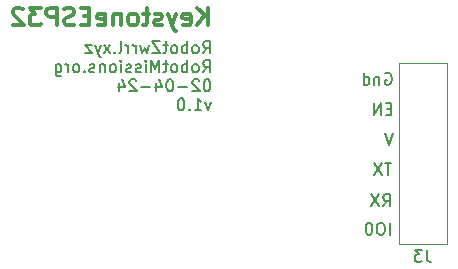
<source format=gbo>
G04 #@! TF.GenerationSoftware,KiCad,Pcbnew,7.0.5-0*
G04 #@! TF.CreationDate,2024-02-05T02:45:17-05:00*
G04 #@! TF.ProjectId,keystone-esp,6b657973-746f-46e6-952d-6573702e6b69,rev?*
G04 #@! TF.SameCoordinates,Original*
G04 #@! TF.FileFunction,Legend,Bot*
G04 #@! TF.FilePolarity,Positive*
%FSLAX46Y46*%
G04 Gerber Fmt 4.6, Leading zero omitted, Abs format (unit mm)*
G04 Created by KiCad (PCBNEW 7.0.5-0) date 2024-02-05 02:45:17*
%MOMM*%
%LPD*%
G01*
G04 APERTURE LIST*
%ADD10C,0.200000*%
%ADD11C,0.300000*%
%ADD12C,0.150000*%
%ADD13C,0.120000*%
G04 APERTURE END LIST*
D10*
X216292326Y-102483219D02*
X216292326Y-101483219D01*
X215625660Y-101483219D02*
X215435184Y-101483219D01*
X215435184Y-101483219D02*
X215339946Y-101530838D01*
X215339946Y-101530838D02*
X215244708Y-101626076D01*
X215244708Y-101626076D02*
X215197089Y-101816552D01*
X215197089Y-101816552D02*
X215197089Y-102149885D01*
X215197089Y-102149885D02*
X215244708Y-102340361D01*
X215244708Y-102340361D02*
X215339946Y-102435600D01*
X215339946Y-102435600D02*
X215435184Y-102483219D01*
X215435184Y-102483219D02*
X215625660Y-102483219D01*
X215625660Y-102483219D02*
X215720898Y-102435600D01*
X215720898Y-102435600D02*
X215816136Y-102340361D01*
X215816136Y-102340361D02*
X215863755Y-102149885D01*
X215863755Y-102149885D02*
X215863755Y-101816552D01*
X215863755Y-101816552D02*
X215816136Y-101626076D01*
X215816136Y-101626076D02*
X215720898Y-101530838D01*
X215720898Y-101530838D02*
X215625660Y-101483219D01*
X214578041Y-101483219D02*
X214482803Y-101483219D01*
X214482803Y-101483219D02*
X214387565Y-101530838D01*
X214387565Y-101530838D02*
X214339946Y-101578457D01*
X214339946Y-101578457D02*
X214292327Y-101673695D01*
X214292327Y-101673695D02*
X214244708Y-101864171D01*
X214244708Y-101864171D02*
X214244708Y-102102266D01*
X214244708Y-102102266D02*
X214292327Y-102292742D01*
X214292327Y-102292742D02*
X214339946Y-102387980D01*
X214339946Y-102387980D02*
X214387565Y-102435600D01*
X214387565Y-102435600D02*
X214482803Y-102483219D01*
X214482803Y-102483219D02*
X214578041Y-102483219D01*
X214578041Y-102483219D02*
X214673279Y-102435600D01*
X214673279Y-102435600D02*
X214720898Y-102387980D01*
X214720898Y-102387980D02*
X214768517Y-102292742D01*
X214768517Y-102292742D02*
X214816136Y-102102266D01*
X214816136Y-102102266D02*
X214816136Y-101864171D01*
X214816136Y-101864171D02*
X214768517Y-101673695D01*
X214768517Y-101673695D02*
X214720898Y-101578457D01*
X214720898Y-101578457D02*
X214673279Y-101530838D01*
X214673279Y-101530838D02*
X214578041Y-101483219D01*
X215720898Y-100070219D02*
X216054231Y-99594028D01*
X216292326Y-100070219D02*
X216292326Y-99070219D01*
X216292326Y-99070219D02*
X215911374Y-99070219D01*
X215911374Y-99070219D02*
X215816136Y-99117838D01*
X215816136Y-99117838D02*
X215768517Y-99165457D01*
X215768517Y-99165457D02*
X215720898Y-99260695D01*
X215720898Y-99260695D02*
X215720898Y-99403552D01*
X215720898Y-99403552D02*
X215768517Y-99498790D01*
X215768517Y-99498790D02*
X215816136Y-99546409D01*
X215816136Y-99546409D02*
X215911374Y-99594028D01*
X215911374Y-99594028D02*
X216292326Y-99594028D01*
X215387564Y-99070219D02*
X214720898Y-100070219D01*
X214720898Y-99070219D02*
X215387564Y-100070219D01*
X216435183Y-96403219D02*
X215863755Y-96403219D01*
X216149469Y-97403219D02*
X216149469Y-96403219D01*
X215625659Y-96403219D02*
X214958993Y-97403219D01*
X214958993Y-96403219D02*
X215625659Y-97403219D01*
X216562183Y-93863219D02*
X216228850Y-94863219D01*
X216228850Y-94863219D02*
X215895517Y-93863219D01*
X216419326Y-91799409D02*
X216085993Y-91799409D01*
X215943136Y-92323219D02*
X216419326Y-92323219D01*
X216419326Y-92323219D02*
X216419326Y-91323219D01*
X216419326Y-91323219D02*
X215943136Y-91323219D01*
X215514564Y-92323219D02*
X215514564Y-91323219D01*
X215514564Y-91323219D02*
X214943136Y-92323219D01*
X214943136Y-92323219D02*
X214943136Y-91323219D01*
X215895517Y-88830838D02*
X215990755Y-88783219D01*
X215990755Y-88783219D02*
X216133612Y-88783219D01*
X216133612Y-88783219D02*
X216276469Y-88830838D01*
X216276469Y-88830838D02*
X216371707Y-88926076D01*
X216371707Y-88926076D02*
X216419326Y-89021314D01*
X216419326Y-89021314D02*
X216466945Y-89211790D01*
X216466945Y-89211790D02*
X216466945Y-89354647D01*
X216466945Y-89354647D02*
X216419326Y-89545123D01*
X216419326Y-89545123D02*
X216371707Y-89640361D01*
X216371707Y-89640361D02*
X216276469Y-89735600D01*
X216276469Y-89735600D02*
X216133612Y-89783219D01*
X216133612Y-89783219D02*
X216038374Y-89783219D01*
X216038374Y-89783219D02*
X215895517Y-89735600D01*
X215895517Y-89735600D02*
X215847898Y-89687980D01*
X215847898Y-89687980D02*
X215847898Y-89354647D01*
X215847898Y-89354647D02*
X216038374Y-89354647D01*
X215419326Y-89116552D02*
X215419326Y-89783219D01*
X215419326Y-89211790D02*
X215371707Y-89164171D01*
X215371707Y-89164171D02*
X215276469Y-89116552D01*
X215276469Y-89116552D02*
X215133612Y-89116552D01*
X215133612Y-89116552D02*
X215038374Y-89164171D01*
X215038374Y-89164171D02*
X214990755Y-89259409D01*
X214990755Y-89259409D02*
X214990755Y-89783219D01*
X214085993Y-89783219D02*
X214085993Y-88783219D01*
X214085993Y-89735600D02*
X214181231Y-89783219D01*
X214181231Y-89783219D02*
X214371707Y-89783219D01*
X214371707Y-89783219D02*
X214466945Y-89735600D01*
X214466945Y-89735600D02*
X214514564Y-89687980D01*
X214514564Y-89687980D02*
X214562183Y-89592742D01*
X214562183Y-89592742D02*
X214562183Y-89307028D01*
X214562183Y-89307028D02*
X214514564Y-89211790D01*
X214514564Y-89211790D02*
X214466945Y-89164171D01*
X214466945Y-89164171D02*
X214371707Y-89116552D01*
X214371707Y-89116552D02*
X214181231Y-89116552D01*
X214181231Y-89116552D02*
X214085993Y-89164171D01*
X200480898Y-87112219D02*
X200814231Y-86636028D01*
X201052326Y-87112219D02*
X201052326Y-86112219D01*
X201052326Y-86112219D02*
X200671374Y-86112219D01*
X200671374Y-86112219D02*
X200576136Y-86159838D01*
X200576136Y-86159838D02*
X200528517Y-86207457D01*
X200528517Y-86207457D02*
X200480898Y-86302695D01*
X200480898Y-86302695D02*
X200480898Y-86445552D01*
X200480898Y-86445552D02*
X200528517Y-86540790D01*
X200528517Y-86540790D02*
X200576136Y-86588409D01*
X200576136Y-86588409D02*
X200671374Y-86636028D01*
X200671374Y-86636028D02*
X201052326Y-86636028D01*
X199909469Y-87112219D02*
X200004707Y-87064600D01*
X200004707Y-87064600D02*
X200052326Y-87016980D01*
X200052326Y-87016980D02*
X200099945Y-86921742D01*
X200099945Y-86921742D02*
X200099945Y-86636028D01*
X200099945Y-86636028D02*
X200052326Y-86540790D01*
X200052326Y-86540790D02*
X200004707Y-86493171D01*
X200004707Y-86493171D02*
X199909469Y-86445552D01*
X199909469Y-86445552D02*
X199766612Y-86445552D01*
X199766612Y-86445552D02*
X199671374Y-86493171D01*
X199671374Y-86493171D02*
X199623755Y-86540790D01*
X199623755Y-86540790D02*
X199576136Y-86636028D01*
X199576136Y-86636028D02*
X199576136Y-86921742D01*
X199576136Y-86921742D02*
X199623755Y-87016980D01*
X199623755Y-87016980D02*
X199671374Y-87064600D01*
X199671374Y-87064600D02*
X199766612Y-87112219D01*
X199766612Y-87112219D02*
X199909469Y-87112219D01*
X199147564Y-87112219D02*
X199147564Y-86112219D01*
X199147564Y-86493171D02*
X199052326Y-86445552D01*
X199052326Y-86445552D02*
X198861850Y-86445552D01*
X198861850Y-86445552D02*
X198766612Y-86493171D01*
X198766612Y-86493171D02*
X198718993Y-86540790D01*
X198718993Y-86540790D02*
X198671374Y-86636028D01*
X198671374Y-86636028D02*
X198671374Y-86921742D01*
X198671374Y-86921742D02*
X198718993Y-87016980D01*
X198718993Y-87016980D02*
X198766612Y-87064600D01*
X198766612Y-87064600D02*
X198861850Y-87112219D01*
X198861850Y-87112219D02*
X199052326Y-87112219D01*
X199052326Y-87112219D02*
X199147564Y-87064600D01*
X198099945Y-87112219D02*
X198195183Y-87064600D01*
X198195183Y-87064600D02*
X198242802Y-87016980D01*
X198242802Y-87016980D02*
X198290421Y-86921742D01*
X198290421Y-86921742D02*
X198290421Y-86636028D01*
X198290421Y-86636028D02*
X198242802Y-86540790D01*
X198242802Y-86540790D02*
X198195183Y-86493171D01*
X198195183Y-86493171D02*
X198099945Y-86445552D01*
X198099945Y-86445552D02*
X197957088Y-86445552D01*
X197957088Y-86445552D02*
X197861850Y-86493171D01*
X197861850Y-86493171D02*
X197814231Y-86540790D01*
X197814231Y-86540790D02*
X197766612Y-86636028D01*
X197766612Y-86636028D02*
X197766612Y-86921742D01*
X197766612Y-86921742D02*
X197814231Y-87016980D01*
X197814231Y-87016980D02*
X197861850Y-87064600D01*
X197861850Y-87064600D02*
X197957088Y-87112219D01*
X197957088Y-87112219D02*
X198099945Y-87112219D01*
X197480897Y-86445552D02*
X197099945Y-86445552D01*
X197338040Y-86112219D02*
X197338040Y-86969361D01*
X197338040Y-86969361D02*
X197290421Y-87064600D01*
X197290421Y-87064600D02*
X197195183Y-87112219D01*
X197195183Y-87112219D02*
X197099945Y-87112219D01*
X196861849Y-86112219D02*
X196195183Y-86112219D01*
X196195183Y-86112219D02*
X196861849Y-87112219D01*
X196861849Y-87112219D02*
X196195183Y-87112219D01*
X195909468Y-86445552D02*
X195718992Y-87112219D01*
X195718992Y-87112219D02*
X195528516Y-86636028D01*
X195528516Y-86636028D02*
X195338040Y-87112219D01*
X195338040Y-87112219D02*
X195147564Y-86445552D01*
X194766611Y-87112219D02*
X194766611Y-86445552D01*
X194766611Y-86636028D02*
X194718992Y-86540790D01*
X194718992Y-86540790D02*
X194671373Y-86493171D01*
X194671373Y-86493171D02*
X194576135Y-86445552D01*
X194576135Y-86445552D02*
X194480897Y-86445552D01*
X194147563Y-87112219D02*
X194147563Y-86445552D01*
X194147563Y-86636028D02*
X194099944Y-86540790D01*
X194099944Y-86540790D02*
X194052325Y-86493171D01*
X194052325Y-86493171D02*
X193957087Y-86445552D01*
X193957087Y-86445552D02*
X193861849Y-86445552D01*
X193385658Y-87112219D02*
X193480896Y-87064600D01*
X193480896Y-87064600D02*
X193528515Y-86969361D01*
X193528515Y-86969361D02*
X193528515Y-86112219D01*
X193004705Y-87016980D02*
X192957086Y-87064600D01*
X192957086Y-87064600D02*
X193004705Y-87112219D01*
X193004705Y-87112219D02*
X193052324Y-87064600D01*
X193052324Y-87064600D02*
X193004705Y-87016980D01*
X193004705Y-87016980D02*
X193004705Y-87112219D01*
X192623753Y-87112219D02*
X192099944Y-86445552D01*
X192623753Y-86445552D02*
X192099944Y-87112219D01*
X191814229Y-86445552D02*
X191576134Y-87112219D01*
X191338039Y-86445552D02*
X191576134Y-87112219D01*
X191576134Y-87112219D02*
X191671372Y-87350314D01*
X191671372Y-87350314D02*
X191718991Y-87397933D01*
X191718991Y-87397933D02*
X191814229Y-87445552D01*
X191052324Y-86445552D02*
X190528515Y-86445552D01*
X190528515Y-86445552D02*
X191052324Y-87112219D01*
X191052324Y-87112219D02*
X190528515Y-87112219D01*
X200480898Y-88722219D02*
X200814231Y-88246028D01*
X201052326Y-88722219D02*
X201052326Y-87722219D01*
X201052326Y-87722219D02*
X200671374Y-87722219D01*
X200671374Y-87722219D02*
X200576136Y-87769838D01*
X200576136Y-87769838D02*
X200528517Y-87817457D01*
X200528517Y-87817457D02*
X200480898Y-87912695D01*
X200480898Y-87912695D02*
X200480898Y-88055552D01*
X200480898Y-88055552D02*
X200528517Y-88150790D01*
X200528517Y-88150790D02*
X200576136Y-88198409D01*
X200576136Y-88198409D02*
X200671374Y-88246028D01*
X200671374Y-88246028D02*
X201052326Y-88246028D01*
X199909469Y-88722219D02*
X200004707Y-88674600D01*
X200004707Y-88674600D02*
X200052326Y-88626980D01*
X200052326Y-88626980D02*
X200099945Y-88531742D01*
X200099945Y-88531742D02*
X200099945Y-88246028D01*
X200099945Y-88246028D02*
X200052326Y-88150790D01*
X200052326Y-88150790D02*
X200004707Y-88103171D01*
X200004707Y-88103171D02*
X199909469Y-88055552D01*
X199909469Y-88055552D02*
X199766612Y-88055552D01*
X199766612Y-88055552D02*
X199671374Y-88103171D01*
X199671374Y-88103171D02*
X199623755Y-88150790D01*
X199623755Y-88150790D02*
X199576136Y-88246028D01*
X199576136Y-88246028D02*
X199576136Y-88531742D01*
X199576136Y-88531742D02*
X199623755Y-88626980D01*
X199623755Y-88626980D02*
X199671374Y-88674600D01*
X199671374Y-88674600D02*
X199766612Y-88722219D01*
X199766612Y-88722219D02*
X199909469Y-88722219D01*
X199147564Y-88722219D02*
X199147564Y-87722219D01*
X199147564Y-88103171D02*
X199052326Y-88055552D01*
X199052326Y-88055552D02*
X198861850Y-88055552D01*
X198861850Y-88055552D02*
X198766612Y-88103171D01*
X198766612Y-88103171D02*
X198718993Y-88150790D01*
X198718993Y-88150790D02*
X198671374Y-88246028D01*
X198671374Y-88246028D02*
X198671374Y-88531742D01*
X198671374Y-88531742D02*
X198718993Y-88626980D01*
X198718993Y-88626980D02*
X198766612Y-88674600D01*
X198766612Y-88674600D02*
X198861850Y-88722219D01*
X198861850Y-88722219D02*
X199052326Y-88722219D01*
X199052326Y-88722219D02*
X199147564Y-88674600D01*
X198099945Y-88722219D02*
X198195183Y-88674600D01*
X198195183Y-88674600D02*
X198242802Y-88626980D01*
X198242802Y-88626980D02*
X198290421Y-88531742D01*
X198290421Y-88531742D02*
X198290421Y-88246028D01*
X198290421Y-88246028D02*
X198242802Y-88150790D01*
X198242802Y-88150790D02*
X198195183Y-88103171D01*
X198195183Y-88103171D02*
X198099945Y-88055552D01*
X198099945Y-88055552D02*
X197957088Y-88055552D01*
X197957088Y-88055552D02*
X197861850Y-88103171D01*
X197861850Y-88103171D02*
X197814231Y-88150790D01*
X197814231Y-88150790D02*
X197766612Y-88246028D01*
X197766612Y-88246028D02*
X197766612Y-88531742D01*
X197766612Y-88531742D02*
X197814231Y-88626980D01*
X197814231Y-88626980D02*
X197861850Y-88674600D01*
X197861850Y-88674600D02*
X197957088Y-88722219D01*
X197957088Y-88722219D02*
X198099945Y-88722219D01*
X197480897Y-88055552D02*
X197099945Y-88055552D01*
X197338040Y-87722219D02*
X197338040Y-88579361D01*
X197338040Y-88579361D02*
X197290421Y-88674600D01*
X197290421Y-88674600D02*
X197195183Y-88722219D01*
X197195183Y-88722219D02*
X197099945Y-88722219D01*
X196766611Y-88722219D02*
X196766611Y-87722219D01*
X196766611Y-87722219D02*
X196433278Y-88436504D01*
X196433278Y-88436504D02*
X196099945Y-87722219D01*
X196099945Y-87722219D02*
X196099945Y-88722219D01*
X195623754Y-88722219D02*
X195623754Y-88055552D01*
X195623754Y-87722219D02*
X195671373Y-87769838D01*
X195671373Y-87769838D02*
X195623754Y-87817457D01*
X195623754Y-87817457D02*
X195576135Y-87769838D01*
X195576135Y-87769838D02*
X195623754Y-87722219D01*
X195623754Y-87722219D02*
X195623754Y-87817457D01*
X195195183Y-88674600D02*
X195099945Y-88722219D01*
X195099945Y-88722219D02*
X194909469Y-88722219D01*
X194909469Y-88722219D02*
X194814231Y-88674600D01*
X194814231Y-88674600D02*
X194766612Y-88579361D01*
X194766612Y-88579361D02*
X194766612Y-88531742D01*
X194766612Y-88531742D02*
X194814231Y-88436504D01*
X194814231Y-88436504D02*
X194909469Y-88388885D01*
X194909469Y-88388885D02*
X195052326Y-88388885D01*
X195052326Y-88388885D02*
X195147564Y-88341266D01*
X195147564Y-88341266D02*
X195195183Y-88246028D01*
X195195183Y-88246028D02*
X195195183Y-88198409D01*
X195195183Y-88198409D02*
X195147564Y-88103171D01*
X195147564Y-88103171D02*
X195052326Y-88055552D01*
X195052326Y-88055552D02*
X194909469Y-88055552D01*
X194909469Y-88055552D02*
X194814231Y-88103171D01*
X194385659Y-88674600D02*
X194290421Y-88722219D01*
X194290421Y-88722219D02*
X194099945Y-88722219D01*
X194099945Y-88722219D02*
X194004707Y-88674600D01*
X194004707Y-88674600D02*
X193957088Y-88579361D01*
X193957088Y-88579361D02*
X193957088Y-88531742D01*
X193957088Y-88531742D02*
X194004707Y-88436504D01*
X194004707Y-88436504D02*
X194099945Y-88388885D01*
X194099945Y-88388885D02*
X194242802Y-88388885D01*
X194242802Y-88388885D02*
X194338040Y-88341266D01*
X194338040Y-88341266D02*
X194385659Y-88246028D01*
X194385659Y-88246028D02*
X194385659Y-88198409D01*
X194385659Y-88198409D02*
X194338040Y-88103171D01*
X194338040Y-88103171D02*
X194242802Y-88055552D01*
X194242802Y-88055552D02*
X194099945Y-88055552D01*
X194099945Y-88055552D02*
X194004707Y-88103171D01*
X193528516Y-88722219D02*
X193528516Y-88055552D01*
X193528516Y-87722219D02*
X193576135Y-87769838D01*
X193576135Y-87769838D02*
X193528516Y-87817457D01*
X193528516Y-87817457D02*
X193480897Y-87769838D01*
X193480897Y-87769838D02*
X193528516Y-87722219D01*
X193528516Y-87722219D02*
X193528516Y-87817457D01*
X192909469Y-88722219D02*
X193004707Y-88674600D01*
X193004707Y-88674600D02*
X193052326Y-88626980D01*
X193052326Y-88626980D02*
X193099945Y-88531742D01*
X193099945Y-88531742D02*
X193099945Y-88246028D01*
X193099945Y-88246028D02*
X193052326Y-88150790D01*
X193052326Y-88150790D02*
X193004707Y-88103171D01*
X193004707Y-88103171D02*
X192909469Y-88055552D01*
X192909469Y-88055552D02*
X192766612Y-88055552D01*
X192766612Y-88055552D02*
X192671374Y-88103171D01*
X192671374Y-88103171D02*
X192623755Y-88150790D01*
X192623755Y-88150790D02*
X192576136Y-88246028D01*
X192576136Y-88246028D02*
X192576136Y-88531742D01*
X192576136Y-88531742D02*
X192623755Y-88626980D01*
X192623755Y-88626980D02*
X192671374Y-88674600D01*
X192671374Y-88674600D02*
X192766612Y-88722219D01*
X192766612Y-88722219D02*
X192909469Y-88722219D01*
X192147564Y-88055552D02*
X192147564Y-88722219D01*
X192147564Y-88150790D02*
X192099945Y-88103171D01*
X192099945Y-88103171D02*
X192004707Y-88055552D01*
X192004707Y-88055552D02*
X191861850Y-88055552D01*
X191861850Y-88055552D02*
X191766612Y-88103171D01*
X191766612Y-88103171D02*
X191718993Y-88198409D01*
X191718993Y-88198409D02*
X191718993Y-88722219D01*
X191290421Y-88674600D02*
X191195183Y-88722219D01*
X191195183Y-88722219D02*
X191004707Y-88722219D01*
X191004707Y-88722219D02*
X190909469Y-88674600D01*
X190909469Y-88674600D02*
X190861850Y-88579361D01*
X190861850Y-88579361D02*
X190861850Y-88531742D01*
X190861850Y-88531742D02*
X190909469Y-88436504D01*
X190909469Y-88436504D02*
X191004707Y-88388885D01*
X191004707Y-88388885D02*
X191147564Y-88388885D01*
X191147564Y-88388885D02*
X191242802Y-88341266D01*
X191242802Y-88341266D02*
X191290421Y-88246028D01*
X191290421Y-88246028D02*
X191290421Y-88198409D01*
X191290421Y-88198409D02*
X191242802Y-88103171D01*
X191242802Y-88103171D02*
X191147564Y-88055552D01*
X191147564Y-88055552D02*
X191004707Y-88055552D01*
X191004707Y-88055552D02*
X190909469Y-88103171D01*
X190433278Y-88626980D02*
X190385659Y-88674600D01*
X190385659Y-88674600D02*
X190433278Y-88722219D01*
X190433278Y-88722219D02*
X190480897Y-88674600D01*
X190480897Y-88674600D02*
X190433278Y-88626980D01*
X190433278Y-88626980D02*
X190433278Y-88722219D01*
X189814231Y-88722219D02*
X189909469Y-88674600D01*
X189909469Y-88674600D02*
X189957088Y-88626980D01*
X189957088Y-88626980D02*
X190004707Y-88531742D01*
X190004707Y-88531742D02*
X190004707Y-88246028D01*
X190004707Y-88246028D02*
X189957088Y-88150790D01*
X189957088Y-88150790D02*
X189909469Y-88103171D01*
X189909469Y-88103171D02*
X189814231Y-88055552D01*
X189814231Y-88055552D02*
X189671374Y-88055552D01*
X189671374Y-88055552D02*
X189576136Y-88103171D01*
X189576136Y-88103171D02*
X189528517Y-88150790D01*
X189528517Y-88150790D02*
X189480898Y-88246028D01*
X189480898Y-88246028D02*
X189480898Y-88531742D01*
X189480898Y-88531742D02*
X189528517Y-88626980D01*
X189528517Y-88626980D02*
X189576136Y-88674600D01*
X189576136Y-88674600D02*
X189671374Y-88722219D01*
X189671374Y-88722219D02*
X189814231Y-88722219D01*
X189052326Y-88722219D02*
X189052326Y-88055552D01*
X189052326Y-88246028D02*
X189004707Y-88150790D01*
X189004707Y-88150790D02*
X188957088Y-88103171D01*
X188957088Y-88103171D02*
X188861850Y-88055552D01*
X188861850Y-88055552D02*
X188766612Y-88055552D01*
X188004707Y-88055552D02*
X188004707Y-88865076D01*
X188004707Y-88865076D02*
X188052326Y-88960314D01*
X188052326Y-88960314D02*
X188099945Y-89007933D01*
X188099945Y-89007933D02*
X188195183Y-89055552D01*
X188195183Y-89055552D02*
X188338040Y-89055552D01*
X188338040Y-89055552D02*
X188433278Y-89007933D01*
X188004707Y-88674600D02*
X188099945Y-88722219D01*
X188099945Y-88722219D02*
X188290421Y-88722219D01*
X188290421Y-88722219D02*
X188385659Y-88674600D01*
X188385659Y-88674600D02*
X188433278Y-88626980D01*
X188433278Y-88626980D02*
X188480897Y-88531742D01*
X188480897Y-88531742D02*
X188480897Y-88246028D01*
X188480897Y-88246028D02*
X188433278Y-88150790D01*
X188433278Y-88150790D02*
X188385659Y-88103171D01*
X188385659Y-88103171D02*
X188290421Y-88055552D01*
X188290421Y-88055552D02*
X188099945Y-88055552D01*
X188099945Y-88055552D02*
X188004707Y-88103171D01*
X200861850Y-89332219D02*
X200766612Y-89332219D01*
X200766612Y-89332219D02*
X200671374Y-89379838D01*
X200671374Y-89379838D02*
X200623755Y-89427457D01*
X200623755Y-89427457D02*
X200576136Y-89522695D01*
X200576136Y-89522695D02*
X200528517Y-89713171D01*
X200528517Y-89713171D02*
X200528517Y-89951266D01*
X200528517Y-89951266D02*
X200576136Y-90141742D01*
X200576136Y-90141742D02*
X200623755Y-90236980D01*
X200623755Y-90236980D02*
X200671374Y-90284600D01*
X200671374Y-90284600D02*
X200766612Y-90332219D01*
X200766612Y-90332219D02*
X200861850Y-90332219D01*
X200861850Y-90332219D02*
X200957088Y-90284600D01*
X200957088Y-90284600D02*
X201004707Y-90236980D01*
X201004707Y-90236980D02*
X201052326Y-90141742D01*
X201052326Y-90141742D02*
X201099945Y-89951266D01*
X201099945Y-89951266D02*
X201099945Y-89713171D01*
X201099945Y-89713171D02*
X201052326Y-89522695D01*
X201052326Y-89522695D02*
X201004707Y-89427457D01*
X201004707Y-89427457D02*
X200957088Y-89379838D01*
X200957088Y-89379838D02*
X200861850Y-89332219D01*
X200147564Y-89427457D02*
X200099945Y-89379838D01*
X200099945Y-89379838D02*
X200004707Y-89332219D01*
X200004707Y-89332219D02*
X199766612Y-89332219D01*
X199766612Y-89332219D02*
X199671374Y-89379838D01*
X199671374Y-89379838D02*
X199623755Y-89427457D01*
X199623755Y-89427457D02*
X199576136Y-89522695D01*
X199576136Y-89522695D02*
X199576136Y-89617933D01*
X199576136Y-89617933D02*
X199623755Y-89760790D01*
X199623755Y-89760790D02*
X200195183Y-90332219D01*
X200195183Y-90332219D02*
X199576136Y-90332219D01*
X199147564Y-89951266D02*
X198385660Y-89951266D01*
X197718993Y-89332219D02*
X197623755Y-89332219D01*
X197623755Y-89332219D02*
X197528517Y-89379838D01*
X197528517Y-89379838D02*
X197480898Y-89427457D01*
X197480898Y-89427457D02*
X197433279Y-89522695D01*
X197433279Y-89522695D02*
X197385660Y-89713171D01*
X197385660Y-89713171D02*
X197385660Y-89951266D01*
X197385660Y-89951266D02*
X197433279Y-90141742D01*
X197433279Y-90141742D02*
X197480898Y-90236980D01*
X197480898Y-90236980D02*
X197528517Y-90284600D01*
X197528517Y-90284600D02*
X197623755Y-90332219D01*
X197623755Y-90332219D02*
X197718993Y-90332219D01*
X197718993Y-90332219D02*
X197814231Y-90284600D01*
X197814231Y-90284600D02*
X197861850Y-90236980D01*
X197861850Y-90236980D02*
X197909469Y-90141742D01*
X197909469Y-90141742D02*
X197957088Y-89951266D01*
X197957088Y-89951266D02*
X197957088Y-89713171D01*
X197957088Y-89713171D02*
X197909469Y-89522695D01*
X197909469Y-89522695D02*
X197861850Y-89427457D01*
X197861850Y-89427457D02*
X197814231Y-89379838D01*
X197814231Y-89379838D02*
X197718993Y-89332219D01*
X196528517Y-89665552D02*
X196528517Y-90332219D01*
X196766612Y-89284600D02*
X197004707Y-89998885D01*
X197004707Y-89998885D02*
X196385660Y-89998885D01*
X196004707Y-89951266D02*
X195242803Y-89951266D01*
X194814231Y-89427457D02*
X194766612Y-89379838D01*
X194766612Y-89379838D02*
X194671374Y-89332219D01*
X194671374Y-89332219D02*
X194433279Y-89332219D01*
X194433279Y-89332219D02*
X194338041Y-89379838D01*
X194338041Y-89379838D02*
X194290422Y-89427457D01*
X194290422Y-89427457D02*
X194242803Y-89522695D01*
X194242803Y-89522695D02*
X194242803Y-89617933D01*
X194242803Y-89617933D02*
X194290422Y-89760790D01*
X194290422Y-89760790D02*
X194861850Y-90332219D01*
X194861850Y-90332219D02*
X194242803Y-90332219D01*
X193385660Y-89665552D02*
X193385660Y-90332219D01*
X193623755Y-89284600D02*
X193861850Y-89998885D01*
X193861850Y-89998885D02*
X193242803Y-89998885D01*
X201147564Y-91275552D02*
X200909469Y-91942219D01*
X200909469Y-91942219D02*
X200671374Y-91275552D01*
X199766612Y-91942219D02*
X200338040Y-91942219D01*
X200052326Y-91942219D02*
X200052326Y-90942219D01*
X200052326Y-90942219D02*
X200147564Y-91085076D01*
X200147564Y-91085076D02*
X200242802Y-91180314D01*
X200242802Y-91180314D02*
X200338040Y-91227933D01*
X199338040Y-91846980D02*
X199290421Y-91894600D01*
X199290421Y-91894600D02*
X199338040Y-91942219D01*
X199338040Y-91942219D02*
X199385659Y-91894600D01*
X199385659Y-91894600D02*
X199338040Y-91846980D01*
X199338040Y-91846980D02*
X199338040Y-91942219D01*
X198671374Y-90942219D02*
X198576136Y-90942219D01*
X198576136Y-90942219D02*
X198480898Y-90989838D01*
X198480898Y-90989838D02*
X198433279Y-91037457D01*
X198433279Y-91037457D02*
X198385660Y-91132695D01*
X198385660Y-91132695D02*
X198338041Y-91323171D01*
X198338041Y-91323171D02*
X198338041Y-91561266D01*
X198338041Y-91561266D02*
X198385660Y-91751742D01*
X198385660Y-91751742D02*
X198433279Y-91846980D01*
X198433279Y-91846980D02*
X198480898Y-91894600D01*
X198480898Y-91894600D02*
X198576136Y-91942219D01*
X198576136Y-91942219D02*
X198671374Y-91942219D01*
X198671374Y-91942219D02*
X198766612Y-91894600D01*
X198766612Y-91894600D02*
X198814231Y-91846980D01*
X198814231Y-91846980D02*
X198861850Y-91751742D01*
X198861850Y-91751742D02*
X198909469Y-91561266D01*
X198909469Y-91561266D02*
X198909469Y-91323171D01*
X198909469Y-91323171D02*
X198861850Y-91132695D01*
X198861850Y-91132695D02*
X198814231Y-91037457D01*
X198814231Y-91037457D02*
X198766612Y-90989838D01*
X198766612Y-90989838D02*
X198671374Y-90942219D01*
D11*
X200867489Y-84763828D02*
X200867489Y-83263828D01*
X200010346Y-84763828D02*
X200653203Y-83906685D01*
X200010346Y-83263828D02*
X200867489Y-84120971D01*
X198796060Y-84692400D02*
X198938917Y-84763828D01*
X198938917Y-84763828D02*
X199224632Y-84763828D01*
X199224632Y-84763828D02*
X199367489Y-84692400D01*
X199367489Y-84692400D02*
X199438917Y-84549542D01*
X199438917Y-84549542D02*
X199438917Y-83978114D01*
X199438917Y-83978114D02*
X199367489Y-83835257D01*
X199367489Y-83835257D02*
X199224632Y-83763828D01*
X199224632Y-83763828D02*
X198938917Y-83763828D01*
X198938917Y-83763828D02*
X198796060Y-83835257D01*
X198796060Y-83835257D02*
X198724632Y-83978114D01*
X198724632Y-83978114D02*
X198724632Y-84120971D01*
X198724632Y-84120971D02*
X199438917Y-84263828D01*
X198224632Y-83763828D02*
X197867489Y-84763828D01*
X197510346Y-83763828D02*
X197867489Y-84763828D01*
X197867489Y-84763828D02*
X198010346Y-85120971D01*
X198010346Y-85120971D02*
X198081775Y-85192400D01*
X198081775Y-85192400D02*
X198224632Y-85263828D01*
X197010346Y-84692400D02*
X196867489Y-84763828D01*
X196867489Y-84763828D02*
X196581775Y-84763828D01*
X196581775Y-84763828D02*
X196438918Y-84692400D01*
X196438918Y-84692400D02*
X196367489Y-84549542D01*
X196367489Y-84549542D02*
X196367489Y-84478114D01*
X196367489Y-84478114D02*
X196438918Y-84335257D01*
X196438918Y-84335257D02*
X196581775Y-84263828D01*
X196581775Y-84263828D02*
X196796061Y-84263828D01*
X196796061Y-84263828D02*
X196938918Y-84192400D01*
X196938918Y-84192400D02*
X197010346Y-84049542D01*
X197010346Y-84049542D02*
X197010346Y-83978114D01*
X197010346Y-83978114D02*
X196938918Y-83835257D01*
X196938918Y-83835257D02*
X196796061Y-83763828D01*
X196796061Y-83763828D02*
X196581775Y-83763828D01*
X196581775Y-83763828D02*
X196438918Y-83835257D01*
X195938917Y-83763828D02*
X195367489Y-83763828D01*
X195724632Y-83263828D02*
X195724632Y-84549542D01*
X195724632Y-84549542D02*
X195653203Y-84692400D01*
X195653203Y-84692400D02*
X195510346Y-84763828D01*
X195510346Y-84763828D02*
X195367489Y-84763828D01*
X194653203Y-84763828D02*
X194796060Y-84692400D01*
X194796060Y-84692400D02*
X194867489Y-84620971D01*
X194867489Y-84620971D02*
X194938917Y-84478114D01*
X194938917Y-84478114D02*
X194938917Y-84049542D01*
X194938917Y-84049542D02*
X194867489Y-83906685D01*
X194867489Y-83906685D02*
X194796060Y-83835257D01*
X194796060Y-83835257D02*
X194653203Y-83763828D01*
X194653203Y-83763828D02*
X194438917Y-83763828D01*
X194438917Y-83763828D02*
X194296060Y-83835257D01*
X194296060Y-83835257D02*
X194224632Y-83906685D01*
X194224632Y-83906685D02*
X194153203Y-84049542D01*
X194153203Y-84049542D02*
X194153203Y-84478114D01*
X194153203Y-84478114D02*
X194224632Y-84620971D01*
X194224632Y-84620971D02*
X194296060Y-84692400D01*
X194296060Y-84692400D02*
X194438917Y-84763828D01*
X194438917Y-84763828D02*
X194653203Y-84763828D01*
X193510346Y-83763828D02*
X193510346Y-84763828D01*
X193510346Y-83906685D02*
X193438917Y-83835257D01*
X193438917Y-83835257D02*
X193296060Y-83763828D01*
X193296060Y-83763828D02*
X193081774Y-83763828D01*
X193081774Y-83763828D02*
X192938917Y-83835257D01*
X192938917Y-83835257D02*
X192867489Y-83978114D01*
X192867489Y-83978114D02*
X192867489Y-84763828D01*
X191581774Y-84692400D02*
X191724631Y-84763828D01*
X191724631Y-84763828D02*
X192010346Y-84763828D01*
X192010346Y-84763828D02*
X192153203Y-84692400D01*
X192153203Y-84692400D02*
X192224631Y-84549542D01*
X192224631Y-84549542D02*
X192224631Y-83978114D01*
X192224631Y-83978114D02*
X192153203Y-83835257D01*
X192153203Y-83835257D02*
X192010346Y-83763828D01*
X192010346Y-83763828D02*
X191724631Y-83763828D01*
X191724631Y-83763828D02*
X191581774Y-83835257D01*
X191581774Y-83835257D02*
X191510346Y-83978114D01*
X191510346Y-83978114D02*
X191510346Y-84120971D01*
X191510346Y-84120971D02*
X192224631Y-84263828D01*
X190867489Y-83978114D02*
X190367489Y-83978114D01*
X190153203Y-84763828D02*
X190867489Y-84763828D01*
X190867489Y-84763828D02*
X190867489Y-83263828D01*
X190867489Y-83263828D02*
X190153203Y-83263828D01*
X189581774Y-84692400D02*
X189367489Y-84763828D01*
X189367489Y-84763828D02*
X189010346Y-84763828D01*
X189010346Y-84763828D02*
X188867489Y-84692400D01*
X188867489Y-84692400D02*
X188796060Y-84620971D01*
X188796060Y-84620971D02*
X188724631Y-84478114D01*
X188724631Y-84478114D02*
X188724631Y-84335257D01*
X188724631Y-84335257D02*
X188796060Y-84192400D01*
X188796060Y-84192400D02*
X188867489Y-84120971D01*
X188867489Y-84120971D02*
X189010346Y-84049542D01*
X189010346Y-84049542D02*
X189296060Y-83978114D01*
X189296060Y-83978114D02*
X189438917Y-83906685D01*
X189438917Y-83906685D02*
X189510346Y-83835257D01*
X189510346Y-83835257D02*
X189581774Y-83692400D01*
X189581774Y-83692400D02*
X189581774Y-83549542D01*
X189581774Y-83549542D02*
X189510346Y-83406685D01*
X189510346Y-83406685D02*
X189438917Y-83335257D01*
X189438917Y-83335257D02*
X189296060Y-83263828D01*
X189296060Y-83263828D02*
X188938917Y-83263828D01*
X188938917Y-83263828D02*
X188724631Y-83335257D01*
X188081775Y-84763828D02*
X188081775Y-83263828D01*
X188081775Y-83263828D02*
X187510346Y-83263828D01*
X187510346Y-83263828D02*
X187367489Y-83335257D01*
X187367489Y-83335257D02*
X187296060Y-83406685D01*
X187296060Y-83406685D02*
X187224632Y-83549542D01*
X187224632Y-83549542D02*
X187224632Y-83763828D01*
X187224632Y-83763828D02*
X187296060Y-83906685D01*
X187296060Y-83906685D02*
X187367489Y-83978114D01*
X187367489Y-83978114D02*
X187510346Y-84049542D01*
X187510346Y-84049542D02*
X188081775Y-84049542D01*
X186724632Y-83263828D02*
X185796060Y-83263828D01*
X185796060Y-83263828D02*
X186296060Y-83835257D01*
X186296060Y-83835257D02*
X186081775Y-83835257D01*
X186081775Y-83835257D02*
X185938918Y-83906685D01*
X185938918Y-83906685D02*
X185867489Y-83978114D01*
X185867489Y-83978114D02*
X185796060Y-84120971D01*
X185796060Y-84120971D02*
X185796060Y-84478114D01*
X185796060Y-84478114D02*
X185867489Y-84620971D01*
X185867489Y-84620971D02*
X185938918Y-84692400D01*
X185938918Y-84692400D02*
X186081775Y-84763828D01*
X186081775Y-84763828D02*
X186510346Y-84763828D01*
X186510346Y-84763828D02*
X186653203Y-84692400D01*
X186653203Y-84692400D02*
X186724632Y-84620971D01*
X185224632Y-83406685D02*
X185153204Y-83335257D01*
X185153204Y-83335257D02*
X185010347Y-83263828D01*
X185010347Y-83263828D02*
X184653204Y-83263828D01*
X184653204Y-83263828D02*
X184510347Y-83335257D01*
X184510347Y-83335257D02*
X184438918Y-83406685D01*
X184438918Y-83406685D02*
X184367489Y-83549542D01*
X184367489Y-83549542D02*
X184367489Y-83692400D01*
X184367489Y-83692400D02*
X184438918Y-83906685D01*
X184438918Y-83906685D02*
X185296061Y-84763828D01*
X185296061Y-84763828D02*
X184367489Y-84763828D01*
D12*
G04 #@! TO.C,J3*
X219408333Y-103765819D02*
X219408333Y-104480104D01*
X219408333Y-104480104D02*
X219455952Y-104622961D01*
X219455952Y-104622961D02*
X219551190Y-104718200D01*
X219551190Y-104718200D02*
X219694047Y-104765819D01*
X219694047Y-104765819D02*
X219789285Y-104765819D01*
X219027380Y-103765819D02*
X218408333Y-103765819D01*
X218408333Y-103765819D02*
X218741666Y-104146771D01*
X218741666Y-104146771D02*
X218598809Y-104146771D01*
X218598809Y-104146771D02*
X218503571Y-104194390D01*
X218503571Y-104194390D02*
X218455952Y-104242009D01*
X218455952Y-104242009D02*
X218408333Y-104337247D01*
X218408333Y-104337247D02*
X218408333Y-104575342D01*
X218408333Y-104575342D02*
X218455952Y-104670580D01*
X218455952Y-104670580D02*
X218503571Y-104718200D01*
X218503571Y-104718200D02*
X218598809Y-104765819D01*
X218598809Y-104765819D02*
X218884523Y-104765819D01*
X218884523Y-104765819D02*
X218979761Y-104718200D01*
X218979761Y-104718200D02*
X219027380Y-104670580D01*
D13*
X221107000Y-103251000D02*
X221107000Y-87951000D01*
X217043000Y-87951000D02*
X221107000Y-87951000D01*
X217043000Y-103251000D02*
X221107000Y-103251000D01*
X217043000Y-103251000D02*
X217043000Y-87951000D01*
G04 #@! TD*
M02*

</source>
